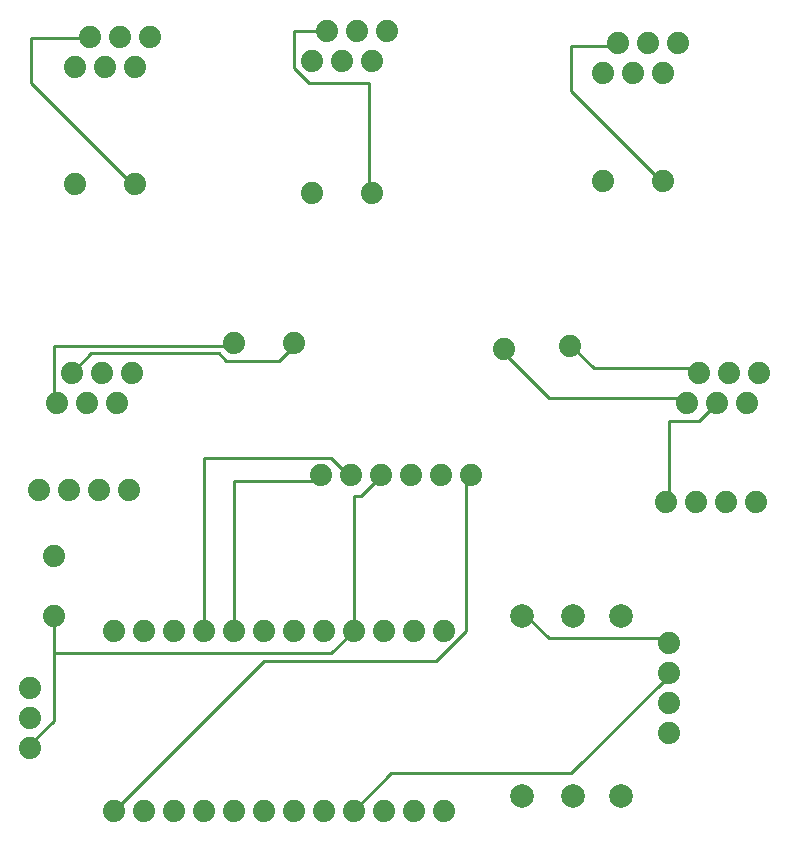
<source format=gbr>
G04 EAGLE Gerber RS-274X export*
G75*
%MOMM*%
%FSLAX34Y34*%
%LPD*%
%INBottom Copper*%
%IPPOS*%
%AMOC8*
5,1,8,0,0,1.08239X$1,22.5*%
G01*
%ADD10C,1.879600*%
%ADD11C,2.000000*%
%ADD12C,0.254000*%


D10*
X101600Y177800D03*
X127000Y177800D03*
X152400Y177800D03*
X177800Y177800D03*
X203200Y177800D03*
X228600Y177800D03*
X254000Y177800D03*
X279400Y177800D03*
X304800Y177800D03*
X330200Y177800D03*
X355600Y177800D03*
X381000Y177800D03*
X381000Y25400D03*
X355600Y25400D03*
X330200Y25400D03*
X304800Y25400D03*
X279400Y25400D03*
X254000Y25400D03*
X228600Y25400D03*
X203200Y25400D03*
X177800Y25400D03*
X152400Y25400D03*
X127000Y25400D03*
X101600Y25400D03*
X30480Y129540D03*
X30480Y104140D03*
X30480Y78740D03*
X571500Y167640D03*
X571500Y142240D03*
X571500Y116840D03*
X571500Y91440D03*
D11*
X447040Y38100D03*
X447040Y190500D03*
X490220Y190500D03*
X490220Y38100D03*
X530860Y190500D03*
X530860Y38100D03*
D10*
X254000Y421640D03*
X403860Y309880D03*
X378460Y309880D03*
X353060Y309880D03*
X327660Y309880D03*
X302260Y309880D03*
X276860Y309880D03*
X50800Y241300D03*
X50800Y190500D03*
X203200Y421640D03*
X431800Y416560D03*
X487680Y419100D03*
X114300Y297180D03*
X88900Y297180D03*
X63500Y297180D03*
X38100Y297180D03*
X645160Y287020D03*
X619760Y287020D03*
X594360Y287020D03*
X568960Y287020D03*
X53340Y370840D03*
X78740Y370840D03*
X104140Y370840D03*
X66040Y396240D03*
X91440Y396240D03*
X116840Y396240D03*
X586740Y370840D03*
X612140Y370840D03*
X637540Y370840D03*
X596900Y396240D03*
X622300Y396240D03*
X647700Y396240D03*
X81280Y680720D03*
X106680Y680720D03*
X132080Y680720D03*
X68580Y655320D03*
X93980Y655320D03*
X119380Y655320D03*
X68580Y556260D03*
X119380Y556260D03*
X269240Y660400D03*
X294640Y660400D03*
X320040Y660400D03*
X269240Y548640D03*
X281940Y685800D03*
X307340Y685800D03*
X332740Y685800D03*
X320040Y548640D03*
X515620Y650240D03*
X541020Y650240D03*
X566420Y650240D03*
X515620Y558800D03*
X528320Y675640D03*
X553720Y675640D03*
X579120Y675640D03*
X566420Y558800D03*
D12*
X50800Y101600D02*
X31750Y82550D01*
X50800Y158750D02*
X50800Y190500D01*
X50800Y158750D02*
X50800Y101600D01*
X31750Y82550D02*
X30480Y78740D01*
X304800Y177800D02*
X304800Y292100D01*
X311150Y292100D01*
X323850Y304800D01*
X327660Y309880D01*
X285750Y158750D02*
X50800Y158750D01*
X285750Y158750D02*
X304800Y177800D01*
X488950Y57150D02*
X571500Y139700D01*
X488950Y57150D02*
X336550Y57150D01*
X304800Y25400D01*
X571500Y139700D02*
X571500Y142240D01*
X203200Y177800D02*
X203200Y304800D01*
X273050Y304800D01*
X276860Y309880D01*
X177800Y323850D02*
X177800Y177800D01*
X177800Y323850D02*
X285750Y323850D01*
X298450Y311150D01*
X302260Y309880D01*
X228600Y152400D02*
X101600Y25400D01*
X228600Y152400D02*
X374650Y152400D01*
X400050Y177800D01*
X400050Y304800D01*
X403860Y309880D01*
X469900Y171450D02*
X571500Y171450D01*
X469900Y171450D02*
X450850Y190500D01*
X571500Y171450D02*
X571500Y167640D01*
X450850Y190500D02*
X447040Y190500D01*
X82550Y412750D02*
X66040Y396240D01*
X82550Y412750D02*
X190500Y412750D01*
X196850Y406400D01*
X241300Y406400D01*
X254000Y419100D01*
X254000Y421640D01*
X50800Y419100D02*
X50800Y374650D01*
X50800Y419100D02*
X203200Y419100D01*
X53340Y370840D02*
X50800Y374650D01*
X203200Y419100D02*
X203200Y421640D01*
X431800Y412750D02*
X469900Y374650D01*
X584200Y374650D01*
X431800Y412750D02*
X431800Y416560D01*
X584200Y374650D02*
X586740Y370840D01*
X508000Y400050D02*
X488950Y419100D01*
X508000Y400050D02*
X596900Y400050D01*
X488950Y419100D02*
X487680Y419100D01*
X596900Y400050D02*
X596900Y396240D01*
X571500Y355600D02*
X571500Y292100D01*
X571500Y355600D02*
X596900Y355600D01*
X612140Y370840D01*
X571500Y292100D02*
X568960Y287020D01*
X114300Y558800D02*
X31750Y641350D01*
X31750Y679450D01*
X76200Y679450D01*
X114300Y558800D02*
X119380Y556260D01*
X81280Y680720D02*
X76200Y679450D01*
X317500Y641350D02*
X317500Y552450D01*
X317500Y641350D02*
X266700Y641350D01*
X254000Y654050D01*
X254000Y685800D01*
X281940Y685800D01*
X317500Y552450D02*
X320040Y548640D01*
X488950Y635000D02*
X565150Y558800D01*
X488950Y635000D02*
X488950Y673100D01*
X527050Y673100D01*
X565150Y558800D02*
X566420Y558800D01*
X527050Y673100D02*
X528320Y675640D01*
M02*

</source>
